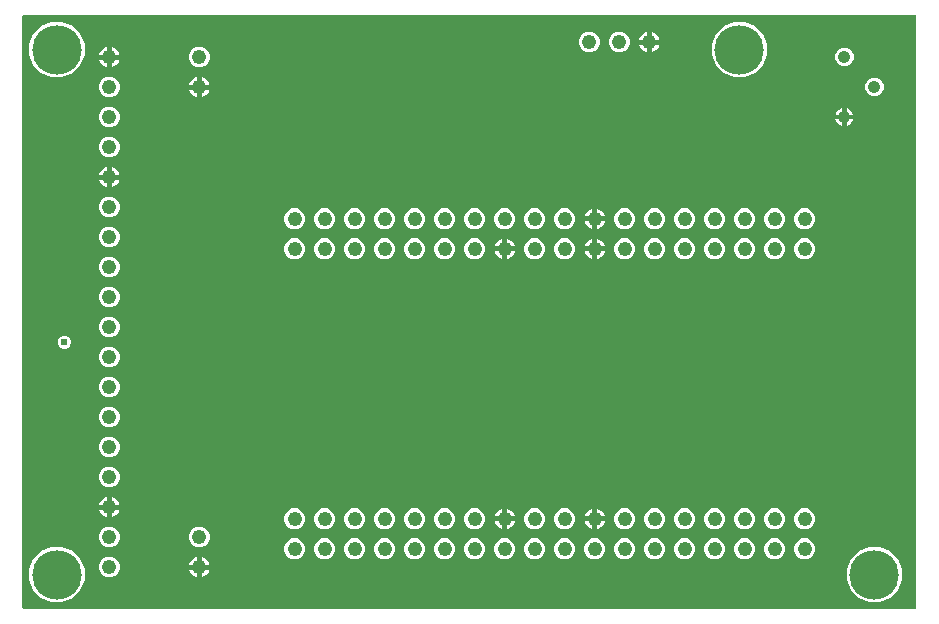
<source format=gbr>
G04 EAGLE Gerber RS-274X export*
G75*
%MOMM*%
%FSLAX34Y34*%
%LPD*%
%INCopper Layer 2*%
%IPPOS*%
%AMOC8*
5,1,8,0,0,1.08239X$1,22.5*%
G01*
%ADD10C,1.244600*%
%ADD11C,4.191000*%
%ADD12C,1.044800*%
%ADD13C,0.609600*%

G36*
X758308Y2556D02*
X758308Y2556D01*
X758427Y2563D01*
X758465Y2576D01*
X758506Y2581D01*
X758616Y2624D01*
X758729Y2661D01*
X758764Y2683D01*
X758801Y2698D01*
X758897Y2767D01*
X758998Y2831D01*
X759026Y2861D01*
X759059Y2884D01*
X759135Y2976D01*
X759216Y3063D01*
X759236Y3098D01*
X759261Y3129D01*
X759312Y3237D01*
X759370Y3341D01*
X759380Y3381D01*
X759397Y3417D01*
X759419Y3534D01*
X759449Y3649D01*
X759453Y3709D01*
X759457Y3729D01*
X759455Y3750D01*
X759459Y3810D01*
X759459Y504190D01*
X759444Y504308D01*
X759437Y504427D01*
X759424Y504465D01*
X759419Y504506D01*
X759376Y504616D01*
X759339Y504729D01*
X759317Y504764D01*
X759302Y504801D01*
X759233Y504897D01*
X759169Y504998D01*
X759139Y505026D01*
X759116Y505059D01*
X759024Y505135D01*
X758937Y505216D01*
X758902Y505236D01*
X758871Y505261D01*
X758763Y505312D01*
X758659Y505370D01*
X758619Y505380D01*
X758583Y505397D01*
X758466Y505419D01*
X758351Y505449D01*
X758291Y505453D01*
X758271Y505457D01*
X758250Y505455D01*
X758190Y505459D01*
X3810Y505459D01*
X3692Y505444D01*
X3573Y505437D01*
X3535Y505424D01*
X3494Y505419D01*
X3384Y505376D01*
X3271Y505339D01*
X3236Y505317D01*
X3199Y505302D01*
X3103Y505233D01*
X3002Y505169D01*
X2974Y505139D01*
X2941Y505116D01*
X2865Y505024D01*
X2784Y504937D01*
X2764Y504902D01*
X2739Y504871D01*
X2688Y504763D01*
X2630Y504659D01*
X2620Y504619D01*
X2603Y504583D01*
X2581Y504466D01*
X2551Y504351D01*
X2547Y504291D01*
X2543Y504271D01*
X2545Y504250D01*
X2541Y504190D01*
X2541Y3810D01*
X2556Y3692D01*
X2563Y3573D01*
X2576Y3535D01*
X2581Y3494D01*
X2624Y3384D01*
X2661Y3271D01*
X2683Y3236D01*
X2698Y3199D01*
X2767Y3103D01*
X2831Y3002D01*
X2861Y2974D01*
X2884Y2941D01*
X2976Y2865D01*
X3063Y2784D01*
X3098Y2764D01*
X3129Y2739D01*
X3237Y2688D01*
X3341Y2630D01*
X3381Y2620D01*
X3417Y2603D01*
X3534Y2581D01*
X3649Y2551D01*
X3709Y2547D01*
X3729Y2543D01*
X3750Y2545D01*
X3810Y2541D01*
X758190Y2541D01*
X758308Y2556D01*
G37*
%LPC*%
G36*
X604926Y452754D02*
X604926Y452754D01*
X596291Y456331D01*
X589681Y462941D01*
X586104Y471576D01*
X586104Y480924D01*
X589681Y489559D01*
X596291Y496169D01*
X604926Y499746D01*
X614274Y499746D01*
X622909Y496169D01*
X629519Y489559D01*
X633096Y480924D01*
X633096Y471576D01*
X629519Y462941D01*
X622909Y456331D01*
X614274Y452754D01*
X604926Y452754D01*
G37*
%LPD*%
%LPC*%
G36*
X27076Y452754D02*
X27076Y452754D01*
X18441Y456331D01*
X11831Y462941D01*
X8254Y471576D01*
X8254Y480924D01*
X11831Y489559D01*
X18441Y496169D01*
X27076Y499746D01*
X36424Y499746D01*
X45059Y496169D01*
X51669Y489559D01*
X55246Y480924D01*
X55246Y471576D01*
X51669Y462941D01*
X45059Y456331D01*
X36424Y452754D01*
X27076Y452754D01*
G37*
%LPD*%
%LPC*%
G36*
X719226Y8254D02*
X719226Y8254D01*
X710591Y11831D01*
X703981Y18441D01*
X700404Y27076D01*
X700404Y36424D01*
X703981Y45059D01*
X710591Y51669D01*
X719226Y55246D01*
X728574Y55246D01*
X737209Y51669D01*
X743819Y45059D01*
X747396Y36424D01*
X747396Y27076D01*
X743819Y18441D01*
X737209Y11831D01*
X728574Y8254D01*
X719226Y8254D01*
G37*
%LPD*%
%LPC*%
G36*
X27076Y8254D02*
X27076Y8254D01*
X18441Y11831D01*
X11831Y18441D01*
X8254Y27076D01*
X8254Y36424D01*
X11831Y45059D01*
X18441Y51669D01*
X27076Y55246D01*
X36424Y55246D01*
X45059Y51669D01*
X51669Y45059D01*
X55246Y36424D01*
X55246Y27076D01*
X51669Y18441D01*
X45059Y11831D01*
X36424Y8254D01*
X27076Y8254D01*
G37*
%LPD*%
%LPC*%
G36*
X506257Y473836D02*
X506257Y473836D01*
X503036Y475170D01*
X500570Y477636D01*
X499236Y480857D01*
X499236Y484343D01*
X500570Y487564D01*
X503036Y490030D01*
X506257Y491364D01*
X509743Y491364D01*
X512964Y490030D01*
X515430Y487564D01*
X516764Y484343D01*
X516764Y480857D01*
X515430Y477636D01*
X512964Y475170D01*
X509743Y473836D01*
X506257Y473836D01*
G37*
%LPD*%
%LPC*%
G36*
X480857Y473836D02*
X480857Y473836D01*
X477636Y475170D01*
X475170Y477636D01*
X473836Y480857D01*
X473836Y484343D01*
X475170Y487564D01*
X477636Y490030D01*
X480857Y491364D01*
X484343Y491364D01*
X487564Y490030D01*
X490030Y487564D01*
X491364Y484343D01*
X491364Y480857D01*
X490030Y477636D01*
X487564Y475170D01*
X484343Y473836D01*
X480857Y473836D01*
G37*
%LPD*%
%LPC*%
G36*
X434457Y70236D02*
X434457Y70236D01*
X431236Y71570D01*
X428770Y74036D01*
X427436Y77257D01*
X427436Y80743D01*
X428770Y83964D01*
X431236Y86430D01*
X434457Y87764D01*
X437943Y87764D01*
X441164Y86430D01*
X443630Y83964D01*
X444964Y80743D01*
X444964Y77257D01*
X443630Y74036D01*
X441164Y71570D01*
X437943Y70236D01*
X434457Y70236D01*
G37*
%LPD*%
%LPC*%
G36*
X358257Y298836D02*
X358257Y298836D01*
X355036Y300170D01*
X352570Y302636D01*
X351236Y305857D01*
X351236Y309343D01*
X352570Y312564D01*
X355036Y315030D01*
X358257Y316364D01*
X361743Y316364D01*
X364964Y315030D01*
X367430Y312564D01*
X368764Y309343D01*
X368764Y305857D01*
X367430Y302636D01*
X364964Y300170D01*
X361743Y298836D01*
X358257Y298836D01*
G37*
%LPD*%
%LPC*%
G36*
X459857Y70236D02*
X459857Y70236D01*
X456636Y71570D01*
X454170Y74036D01*
X452836Y77257D01*
X452836Y80743D01*
X454170Y83964D01*
X456636Y86430D01*
X459857Y87764D01*
X463343Y87764D01*
X466564Y86430D01*
X469030Y83964D01*
X470364Y80743D01*
X470364Y77257D01*
X469030Y74036D01*
X466564Y71570D01*
X463343Y70236D01*
X459857Y70236D01*
G37*
%LPD*%
%LPC*%
G36*
X510657Y70236D02*
X510657Y70236D01*
X507436Y71570D01*
X504970Y74036D01*
X503636Y77257D01*
X503636Y80743D01*
X504970Y83964D01*
X507436Y86430D01*
X510657Y87764D01*
X514143Y87764D01*
X517364Y86430D01*
X519830Y83964D01*
X521164Y80743D01*
X521164Y77257D01*
X519830Y74036D01*
X517364Y71570D01*
X514143Y70236D01*
X510657Y70236D01*
G37*
%LPD*%
%LPC*%
G36*
X150657Y461136D02*
X150657Y461136D01*
X147436Y462470D01*
X144970Y464936D01*
X143636Y468157D01*
X143636Y471643D01*
X144970Y474864D01*
X147436Y477330D01*
X150657Y478664D01*
X154143Y478664D01*
X157364Y477330D01*
X159830Y474864D01*
X161164Y471643D01*
X161164Y468157D01*
X159830Y464936D01*
X157364Y462470D01*
X154143Y461136D01*
X150657Y461136D01*
G37*
%LPD*%
%LPC*%
G36*
X536057Y70236D02*
X536057Y70236D01*
X532836Y71570D01*
X530370Y74036D01*
X529036Y77257D01*
X529036Y80743D01*
X530370Y83964D01*
X532836Y86430D01*
X536057Y87764D01*
X539543Y87764D01*
X542764Y86430D01*
X545230Y83964D01*
X546564Y80743D01*
X546564Y77257D01*
X545230Y74036D01*
X542764Y71570D01*
X539543Y70236D01*
X536057Y70236D01*
G37*
%LPD*%
%LPC*%
G36*
X332857Y298836D02*
X332857Y298836D01*
X329636Y300170D01*
X327170Y302636D01*
X325836Y305857D01*
X325836Y309343D01*
X327170Y312564D01*
X329636Y315030D01*
X332857Y316364D01*
X336343Y316364D01*
X339564Y315030D01*
X342030Y312564D01*
X343364Y309343D01*
X343364Y305857D01*
X342030Y302636D01*
X339564Y300170D01*
X336343Y298836D01*
X332857Y298836D01*
G37*
%LPD*%
%LPC*%
G36*
X561457Y70236D02*
X561457Y70236D01*
X558236Y71570D01*
X555770Y74036D01*
X554436Y77257D01*
X554436Y80743D01*
X555770Y83964D01*
X558236Y86430D01*
X561457Y87764D01*
X564943Y87764D01*
X568164Y86430D01*
X570630Y83964D01*
X571964Y80743D01*
X571964Y77257D01*
X570630Y74036D01*
X568164Y71570D01*
X564943Y70236D01*
X561457Y70236D01*
G37*
%LPD*%
%LPC*%
G36*
X586857Y70236D02*
X586857Y70236D01*
X583636Y71570D01*
X581170Y74036D01*
X579836Y77257D01*
X579836Y80743D01*
X581170Y83964D01*
X583636Y86430D01*
X586857Y87764D01*
X590343Y87764D01*
X593564Y86430D01*
X596030Y83964D01*
X597364Y80743D01*
X597364Y77257D01*
X596030Y74036D01*
X593564Y71570D01*
X590343Y70236D01*
X586857Y70236D01*
G37*
%LPD*%
%LPC*%
G36*
X74457Y435736D02*
X74457Y435736D01*
X71236Y437070D01*
X68770Y439536D01*
X67436Y442757D01*
X67436Y446243D01*
X68770Y449464D01*
X71236Y451930D01*
X74457Y453264D01*
X77943Y453264D01*
X81164Y451930D01*
X83630Y449464D01*
X84964Y446243D01*
X84964Y442757D01*
X83630Y439536D01*
X81164Y437070D01*
X77943Y435736D01*
X74457Y435736D01*
G37*
%LPD*%
%LPC*%
G36*
X612257Y70236D02*
X612257Y70236D01*
X609036Y71570D01*
X606570Y74036D01*
X605236Y77257D01*
X605236Y80743D01*
X606570Y83964D01*
X609036Y86430D01*
X612257Y87764D01*
X615743Y87764D01*
X618964Y86430D01*
X621430Y83964D01*
X622764Y80743D01*
X622764Y77257D01*
X621430Y74036D01*
X618964Y71570D01*
X615743Y70236D01*
X612257Y70236D01*
G37*
%LPD*%
%LPC*%
G36*
X663057Y324236D02*
X663057Y324236D01*
X659836Y325570D01*
X657370Y328036D01*
X656036Y331257D01*
X656036Y334743D01*
X657370Y337964D01*
X659836Y340430D01*
X663057Y341764D01*
X666543Y341764D01*
X669764Y340430D01*
X672230Y337964D01*
X673564Y334743D01*
X673564Y331257D01*
X672230Y328036D01*
X669764Y325570D01*
X666543Y324236D01*
X663057Y324236D01*
G37*
%LPD*%
%LPC*%
G36*
X637657Y70236D02*
X637657Y70236D01*
X634436Y71570D01*
X631970Y74036D01*
X630636Y77257D01*
X630636Y80743D01*
X631970Y83964D01*
X634436Y86430D01*
X637657Y87764D01*
X641143Y87764D01*
X644364Y86430D01*
X646830Y83964D01*
X648164Y80743D01*
X648164Y77257D01*
X646830Y74036D01*
X644364Y71570D01*
X641143Y70236D01*
X637657Y70236D01*
G37*
%LPD*%
%LPC*%
G36*
X231257Y70236D02*
X231257Y70236D01*
X228036Y71570D01*
X225570Y74036D01*
X224236Y77257D01*
X224236Y80743D01*
X225570Y83964D01*
X228036Y86430D01*
X231257Y87764D01*
X234743Y87764D01*
X237964Y86430D01*
X240430Y83964D01*
X241764Y80743D01*
X241764Y77257D01*
X240430Y74036D01*
X237964Y71570D01*
X234743Y70236D01*
X231257Y70236D01*
G37*
%LPD*%
%LPC*%
G36*
X74457Y410336D02*
X74457Y410336D01*
X71236Y411670D01*
X68770Y414136D01*
X67436Y417357D01*
X67436Y420843D01*
X68770Y424064D01*
X71236Y426530D01*
X74457Y427864D01*
X77943Y427864D01*
X81164Y426530D01*
X83630Y424064D01*
X84964Y420843D01*
X84964Y417357D01*
X83630Y414136D01*
X81164Y411670D01*
X77943Y410336D01*
X74457Y410336D01*
G37*
%LPD*%
%LPC*%
G36*
X256657Y70236D02*
X256657Y70236D01*
X253436Y71570D01*
X250970Y74036D01*
X249636Y77257D01*
X249636Y80743D01*
X250970Y83964D01*
X253436Y86430D01*
X256657Y87764D01*
X260143Y87764D01*
X263364Y86430D01*
X265830Y83964D01*
X267164Y80743D01*
X267164Y77257D01*
X265830Y74036D01*
X263364Y71570D01*
X260143Y70236D01*
X256657Y70236D01*
G37*
%LPD*%
%LPC*%
G36*
X663057Y70236D02*
X663057Y70236D01*
X659836Y71570D01*
X657370Y74036D01*
X656036Y77257D01*
X656036Y80743D01*
X657370Y83964D01*
X659836Y86430D01*
X663057Y87764D01*
X666543Y87764D01*
X669764Y86430D01*
X672230Y83964D01*
X673564Y80743D01*
X673564Y77257D01*
X672230Y74036D01*
X669764Y71570D01*
X666543Y70236D01*
X663057Y70236D01*
G37*
%LPD*%
%LPC*%
G36*
X74457Y105536D02*
X74457Y105536D01*
X71236Y106870D01*
X68770Y109336D01*
X67436Y112557D01*
X67436Y116043D01*
X68770Y119264D01*
X71236Y121730D01*
X74457Y123064D01*
X77943Y123064D01*
X81164Y121730D01*
X83630Y119264D01*
X84964Y116043D01*
X84964Y112557D01*
X83630Y109336D01*
X81164Y106870D01*
X77943Y105536D01*
X74457Y105536D01*
G37*
%LPD*%
%LPC*%
G36*
X74457Y130936D02*
X74457Y130936D01*
X71236Y132270D01*
X68770Y134736D01*
X67436Y137957D01*
X67436Y141443D01*
X68770Y144664D01*
X71236Y147130D01*
X74457Y148464D01*
X77943Y148464D01*
X81164Y147130D01*
X83630Y144664D01*
X84964Y141443D01*
X84964Y137957D01*
X83630Y134736D01*
X81164Y132270D01*
X77943Y130936D01*
X74457Y130936D01*
G37*
%LPD*%
%LPC*%
G36*
X74457Y384936D02*
X74457Y384936D01*
X71236Y386270D01*
X68770Y388736D01*
X67436Y391957D01*
X67436Y395443D01*
X68770Y398664D01*
X71236Y401130D01*
X74457Y402464D01*
X77943Y402464D01*
X81164Y401130D01*
X83630Y398664D01*
X84964Y395443D01*
X84964Y391957D01*
X83630Y388736D01*
X81164Y386270D01*
X77943Y384936D01*
X74457Y384936D01*
G37*
%LPD*%
%LPC*%
G36*
X74457Y156336D02*
X74457Y156336D01*
X71236Y157670D01*
X68770Y160136D01*
X67436Y163357D01*
X67436Y166843D01*
X68770Y170064D01*
X71236Y172530D01*
X74457Y173864D01*
X77943Y173864D01*
X81164Y172530D01*
X83630Y170064D01*
X84964Y166843D01*
X84964Y163357D01*
X83630Y160136D01*
X81164Y157670D01*
X77943Y156336D01*
X74457Y156336D01*
G37*
%LPD*%
%LPC*%
G36*
X307457Y298836D02*
X307457Y298836D01*
X304236Y300170D01*
X301770Y302636D01*
X300436Y305857D01*
X300436Y309343D01*
X301770Y312564D01*
X304236Y315030D01*
X307457Y316364D01*
X310943Y316364D01*
X314164Y315030D01*
X316630Y312564D01*
X317964Y309343D01*
X317964Y305857D01*
X316630Y302636D01*
X314164Y300170D01*
X310943Y298836D01*
X307457Y298836D01*
G37*
%LPD*%
%LPC*%
G36*
X74457Y181736D02*
X74457Y181736D01*
X71236Y183070D01*
X68770Y185536D01*
X67436Y188757D01*
X67436Y192243D01*
X68770Y195464D01*
X71236Y197930D01*
X74457Y199264D01*
X77943Y199264D01*
X81164Y197930D01*
X83630Y195464D01*
X84964Y192243D01*
X84964Y188757D01*
X83630Y185536D01*
X81164Y183070D01*
X77943Y181736D01*
X74457Y181736D01*
G37*
%LPD*%
%LPC*%
G36*
X74457Y207136D02*
X74457Y207136D01*
X71236Y208470D01*
X68770Y210936D01*
X67436Y214157D01*
X67436Y217643D01*
X68770Y220864D01*
X71236Y223330D01*
X74457Y224664D01*
X77943Y224664D01*
X81164Y223330D01*
X83630Y220864D01*
X84964Y217643D01*
X84964Y214157D01*
X83630Y210936D01*
X81164Y208470D01*
X77943Y207136D01*
X74457Y207136D01*
G37*
%LPD*%
%LPC*%
G36*
X74457Y334136D02*
X74457Y334136D01*
X71236Y335470D01*
X68770Y337936D01*
X67436Y341157D01*
X67436Y344643D01*
X68770Y347864D01*
X71236Y350330D01*
X74457Y351664D01*
X77943Y351664D01*
X81164Y350330D01*
X83630Y347864D01*
X84964Y344643D01*
X84964Y341157D01*
X83630Y337936D01*
X81164Y335470D01*
X77943Y334136D01*
X74457Y334136D01*
G37*
%LPD*%
%LPC*%
G36*
X256657Y324236D02*
X256657Y324236D01*
X253436Y325570D01*
X250970Y328036D01*
X249636Y331257D01*
X249636Y334743D01*
X250970Y337964D01*
X253436Y340430D01*
X256657Y341764D01*
X260143Y341764D01*
X263364Y340430D01*
X265830Y337964D01*
X267164Y334743D01*
X267164Y331257D01*
X265830Y328036D01*
X263364Y325570D01*
X260143Y324236D01*
X256657Y324236D01*
G37*
%LPD*%
%LPC*%
G36*
X231257Y324236D02*
X231257Y324236D01*
X228036Y325570D01*
X225570Y328036D01*
X224236Y331257D01*
X224236Y334743D01*
X225570Y337964D01*
X228036Y340430D01*
X231257Y341764D01*
X234743Y341764D01*
X237964Y340430D01*
X240430Y337964D01*
X241764Y334743D01*
X241764Y331257D01*
X240430Y328036D01*
X237964Y325570D01*
X234743Y324236D01*
X231257Y324236D01*
G37*
%LPD*%
%LPC*%
G36*
X282057Y298836D02*
X282057Y298836D01*
X278836Y300170D01*
X276370Y302636D01*
X275036Y305857D01*
X275036Y309343D01*
X276370Y312564D01*
X278836Y315030D01*
X282057Y316364D01*
X285543Y316364D01*
X288764Y315030D01*
X291230Y312564D01*
X292564Y309343D01*
X292564Y305857D01*
X291230Y302636D01*
X288764Y300170D01*
X285543Y298836D01*
X282057Y298836D01*
G37*
%LPD*%
%LPC*%
G36*
X637657Y324236D02*
X637657Y324236D01*
X634436Y325570D01*
X631970Y328036D01*
X630636Y331257D01*
X630636Y334743D01*
X631970Y337964D01*
X634436Y340430D01*
X637657Y341764D01*
X641143Y341764D01*
X644364Y340430D01*
X646830Y337964D01*
X648164Y334743D01*
X648164Y331257D01*
X646830Y328036D01*
X644364Y325570D01*
X641143Y324236D01*
X637657Y324236D01*
G37*
%LPD*%
%LPC*%
G36*
X612257Y324236D02*
X612257Y324236D01*
X609036Y325570D01*
X606570Y328036D01*
X605236Y331257D01*
X605236Y334743D01*
X606570Y337964D01*
X609036Y340430D01*
X612257Y341764D01*
X615743Y341764D01*
X618964Y340430D01*
X621430Y337964D01*
X622764Y334743D01*
X622764Y331257D01*
X621430Y328036D01*
X618964Y325570D01*
X615743Y324236D01*
X612257Y324236D01*
G37*
%LPD*%
%LPC*%
G36*
X586857Y324236D02*
X586857Y324236D01*
X583636Y325570D01*
X581170Y328036D01*
X579836Y331257D01*
X579836Y334743D01*
X581170Y337964D01*
X583636Y340430D01*
X586857Y341764D01*
X590343Y341764D01*
X593564Y340430D01*
X596030Y337964D01*
X597364Y334743D01*
X597364Y331257D01*
X596030Y328036D01*
X593564Y325570D01*
X590343Y324236D01*
X586857Y324236D01*
G37*
%LPD*%
%LPC*%
G36*
X561457Y324236D02*
X561457Y324236D01*
X558236Y325570D01*
X555770Y328036D01*
X554436Y331257D01*
X554436Y334743D01*
X555770Y337964D01*
X558236Y340430D01*
X561457Y341764D01*
X564943Y341764D01*
X568164Y340430D01*
X570630Y337964D01*
X571964Y334743D01*
X571964Y331257D01*
X570630Y328036D01*
X568164Y325570D01*
X564943Y324236D01*
X561457Y324236D01*
G37*
%LPD*%
%LPC*%
G36*
X536057Y324236D02*
X536057Y324236D01*
X532836Y325570D01*
X530370Y328036D01*
X529036Y331257D01*
X529036Y334743D01*
X530370Y337964D01*
X532836Y340430D01*
X536057Y341764D01*
X539543Y341764D01*
X542764Y340430D01*
X545230Y337964D01*
X546564Y334743D01*
X546564Y331257D01*
X545230Y328036D01*
X542764Y325570D01*
X539543Y324236D01*
X536057Y324236D01*
G37*
%LPD*%
%LPC*%
G36*
X510657Y324236D02*
X510657Y324236D01*
X507436Y325570D01*
X504970Y328036D01*
X503636Y331257D01*
X503636Y334743D01*
X504970Y337964D01*
X507436Y340430D01*
X510657Y341764D01*
X514143Y341764D01*
X517364Y340430D01*
X519830Y337964D01*
X521164Y334743D01*
X521164Y331257D01*
X519830Y328036D01*
X517364Y325570D01*
X514143Y324236D01*
X510657Y324236D01*
G37*
%LPD*%
%LPC*%
G36*
X459857Y324236D02*
X459857Y324236D01*
X456636Y325570D01*
X454170Y328036D01*
X452836Y331257D01*
X452836Y334743D01*
X454170Y337964D01*
X456636Y340430D01*
X459857Y341764D01*
X463343Y341764D01*
X466564Y340430D01*
X469030Y337964D01*
X470364Y334743D01*
X470364Y331257D01*
X469030Y328036D01*
X466564Y325570D01*
X463343Y324236D01*
X459857Y324236D01*
G37*
%LPD*%
%LPC*%
G36*
X434457Y324236D02*
X434457Y324236D01*
X431236Y325570D01*
X428770Y328036D01*
X427436Y331257D01*
X427436Y334743D01*
X428770Y337964D01*
X431236Y340430D01*
X434457Y341764D01*
X437943Y341764D01*
X441164Y340430D01*
X443630Y337964D01*
X444964Y334743D01*
X444964Y331257D01*
X443630Y328036D01*
X441164Y325570D01*
X437943Y324236D01*
X434457Y324236D01*
G37*
%LPD*%
%LPC*%
G36*
X409057Y324236D02*
X409057Y324236D01*
X405836Y325570D01*
X403370Y328036D01*
X402036Y331257D01*
X402036Y334743D01*
X403370Y337964D01*
X405836Y340430D01*
X409057Y341764D01*
X412543Y341764D01*
X415764Y340430D01*
X418230Y337964D01*
X419564Y334743D01*
X419564Y331257D01*
X418230Y328036D01*
X415764Y325570D01*
X412543Y324236D01*
X409057Y324236D01*
G37*
%LPD*%
%LPC*%
G36*
X383657Y324236D02*
X383657Y324236D01*
X380436Y325570D01*
X377970Y328036D01*
X376636Y331257D01*
X376636Y334743D01*
X377970Y337964D01*
X380436Y340430D01*
X383657Y341764D01*
X387143Y341764D01*
X390364Y340430D01*
X392830Y337964D01*
X394164Y334743D01*
X394164Y331257D01*
X392830Y328036D01*
X390364Y325570D01*
X387143Y324236D01*
X383657Y324236D01*
G37*
%LPD*%
%LPC*%
G36*
X358257Y324236D02*
X358257Y324236D01*
X355036Y325570D01*
X352570Y328036D01*
X351236Y331257D01*
X351236Y334743D01*
X352570Y337964D01*
X355036Y340430D01*
X358257Y341764D01*
X361743Y341764D01*
X364964Y340430D01*
X367430Y337964D01*
X368764Y334743D01*
X368764Y331257D01*
X367430Y328036D01*
X364964Y325570D01*
X361743Y324236D01*
X358257Y324236D01*
G37*
%LPD*%
%LPC*%
G36*
X332857Y324236D02*
X332857Y324236D01*
X329636Y325570D01*
X327170Y328036D01*
X325836Y331257D01*
X325836Y334743D01*
X327170Y337964D01*
X329636Y340430D01*
X332857Y341764D01*
X336343Y341764D01*
X339564Y340430D01*
X342030Y337964D01*
X343364Y334743D01*
X343364Y331257D01*
X342030Y328036D01*
X339564Y325570D01*
X336343Y324236D01*
X332857Y324236D01*
G37*
%LPD*%
%LPC*%
G36*
X307457Y324236D02*
X307457Y324236D01*
X304236Y325570D01*
X301770Y328036D01*
X300436Y331257D01*
X300436Y334743D01*
X301770Y337964D01*
X304236Y340430D01*
X307457Y341764D01*
X310943Y341764D01*
X314164Y340430D01*
X316630Y337964D01*
X317964Y334743D01*
X317964Y331257D01*
X316630Y328036D01*
X314164Y325570D01*
X310943Y324236D01*
X307457Y324236D01*
G37*
%LPD*%
%LPC*%
G36*
X282057Y324236D02*
X282057Y324236D01*
X278836Y325570D01*
X276370Y328036D01*
X275036Y331257D01*
X275036Y334743D01*
X276370Y337964D01*
X278836Y340430D01*
X282057Y341764D01*
X285543Y341764D01*
X288764Y340430D01*
X291230Y337964D01*
X292564Y334743D01*
X292564Y331257D01*
X291230Y328036D01*
X288764Y325570D01*
X285543Y324236D01*
X282057Y324236D01*
G37*
%LPD*%
%LPC*%
G36*
X74457Y283336D02*
X74457Y283336D01*
X71236Y284670D01*
X68770Y287136D01*
X67436Y290357D01*
X67436Y293843D01*
X68770Y297064D01*
X71236Y299530D01*
X74457Y300864D01*
X77943Y300864D01*
X81164Y299530D01*
X83630Y297064D01*
X84964Y293843D01*
X84964Y290357D01*
X83630Y287136D01*
X81164Y284670D01*
X77943Y283336D01*
X74457Y283336D01*
G37*
%LPD*%
%LPC*%
G36*
X74457Y232536D02*
X74457Y232536D01*
X71236Y233870D01*
X68770Y236336D01*
X67436Y239557D01*
X67436Y243043D01*
X68770Y246264D01*
X71236Y248730D01*
X74457Y250064D01*
X77943Y250064D01*
X81164Y248730D01*
X83630Y246264D01*
X84964Y243043D01*
X84964Y239557D01*
X83630Y236336D01*
X81164Y233870D01*
X77943Y232536D01*
X74457Y232536D01*
G37*
%LPD*%
%LPC*%
G36*
X74457Y257936D02*
X74457Y257936D01*
X71236Y259270D01*
X68770Y261736D01*
X67436Y264957D01*
X67436Y268443D01*
X68770Y271664D01*
X71236Y274130D01*
X74457Y275464D01*
X77943Y275464D01*
X81164Y274130D01*
X83630Y271664D01*
X84964Y268443D01*
X84964Y264957D01*
X83630Y261736D01*
X81164Y259270D01*
X77943Y257936D01*
X74457Y257936D01*
G37*
%LPD*%
%LPC*%
G36*
X74457Y308736D02*
X74457Y308736D01*
X71236Y310070D01*
X68770Y312536D01*
X67436Y315757D01*
X67436Y319243D01*
X68770Y322464D01*
X71236Y324930D01*
X74457Y326264D01*
X77943Y326264D01*
X81164Y324930D01*
X83630Y322464D01*
X84964Y319243D01*
X84964Y315757D01*
X83630Y312536D01*
X81164Y310070D01*
X77943Y308736D01*
X74457Y308736D01*
G37*
%LPD*%
%LPC*%
G36*
X256657Y298836D02*
X256657Y298836D01*
X253436Y300170D01*
X250970Y302636D01*
X249636Y305857D01*
X249636Y309343D01*
X250970Y312564D01*
X253436Y315030D01*
X256657Y316364D01*
X260143Y316364D01*
X263364Y315030D01*
X265830Y312564D01*
X267164Y309343D01*
X267164Y305857D01*
X265830Y302636D01*
X263364Y300170D01*
X260143Y298836D01*
X256657Y298836D01*
G37*
%LPD*%
%LPC*%
G36*
X231257Y298836D02*
X231257Y298836D01*
X228036Y300170D01*
X225570Y302636D01*
X224236Y305857D01*
X224236Y309343D01*
X225570Y312564D01*
X228036Y315030D01*
X231257Y316364D01*
X234743Y316364D01*
X237964Y315030D01*
X240430Y312564D01*
X241764Y309343D01*
X241764Y305857D01*
X240430Y302636D01*
X237964Y300170D01*
X234743Y298836D01*
X231257Y298836D01*
G37*
%LPD*%
%LPC*%
G36*
X663057Y298836D02*
X663057Y298836D01*
X659836Y300170D01*
X657370Y302636D01*
X656036Y305857D01*
X656036Y309343D01*
X657370Y312564D01*
X659836Y315030D01*
X663057Y316364D01*
X666543Y316364D01*
X669764Y315030D01*
X672230Y312564D01*
X673564Y309343D01*
X673564Y305857D01*
X672230Y302636D01*
X669764Y300170D01*
X666543Y298836D01*
X663057Y298836D01*
G37*
%LPD*%
%LPC*%
G36*
X637657Y298836D02*
X637657Y298836D01*
X634436Y300170D01*
X631970Y302636D01*
X630636Y305857D01*
X630636Y309343D01*
X631970Y312564D01*
X634436Y315030D01*
X637657Y316364D01*
X641143Y316364D01*
X644364Y315030D01*
X646830Y312564D01*
X648164Y309343D01*
X648164Y305857D01*
X646830Y302636D01*
X644364Y300170D01*
X641143Y298836D01*
X637657Y298836D01*
G37*
%LPD*%
%LPC*%
G36*
X612257Y298836D02*
X612257Y298836D01*
X609036Y300170D01*
X606570Y302636D01*
X605236Y305857D01*
X605236Y309343D01*
X606570Y312564D01*
X609036Y315030D01*
X612257Y316364D01*
X615743Y316364D01*
X618964Y315030D01*
X621430Y312564D01*
X622764Y309343D01*
X622764Y305857D01*
X621430Y302636D01*
X618964Y300170D01*
X615743Y298836D01*
X612257Y298836D01*
G37*
%LPD*%
%LPC*%
G36*
X586857Y298836D02*
X586857Y298836D01*
X583636Y300170D01*
X581170Y302636D01*
X579836Y305857D01*
X579836Y309343D01*
X581170Y312564D01*
X583636Y315030D01*
X586857Y316364D01*
X590343Y316364D01*
X593564Y315030D01*
X596030Y312564D01*
X597364Y309343D01*
X597364Y305857D01*
X596030Y302636D01*
X593564Y300170D01*
X590343Y298836D01*
X586857Y298836D01*
G37*
%LPD*%
%LPC*%
G36*
X561457Y298836D02*
X561457Y298836D01*
X558236Y300170D01*
X555770Y302636D01*
X554436Y305857D01*
X554436Y309343D01*
X555770Y312564D01*
X558236Y315030D01*
X561457Y316364D01*
X564943Y316364D01*
X568164Y315030D01*
X570630Y312564D01*
X571964Y309343D01*
X571964Y305857D01*
X570630Y302636D01*
X568164Y300170D01*
X564943Y298836D01*
X561457Y298836D01*
G37*
%LPD*%
%LPC*%
G36*
X536057Y298836D02*
X536057Y298836D01*
X532836Y300170D01*
X530370Y302636D01*
X529036Y305857D01*
X529036Y309343D01*
X530370Y312564D01*
X532836Y315030D01*
X536057Y316364D01*
X539543Y316364D01*
X542764Y315030D01*
X545230Y312564D01*
X546564Y309343D01*
X546564Y305857D01*
X545230Y302636D01*
X542764Y300170D01*
X539543Y298836D01*
X536057Y298836D01*
G37*
%LPD*%
%LPC*%
G36*
X510657Y298836D02*
X510657Y298836D01*
X507436Y300170D01*
X504970Y302636D01*
X503636Y305857D01*
X503636Y309343D01*
X504970Y312564D01*
X507436Y315030D01*
X510657Y316364D01*
X514143Y316364D01*
X517364Y315030D01*
X519830Y312564D01*
X521164Y309343D01*
X521164Y305857D01*
X519830Y302636D01*
X517364Y300170D01*
X514143Y298836D01*
X510657Y298836D01*
G37*
%LPD*%
%LPC*%
G36*
X459857Y298836D02*
X459857Y298836D01*
X456636Y300170D01*
X454170Y302636D01*
X452836Y305857D01*
X452836Y309343D01*
X454170Y312564D01*
X456636Y315030D01*
X459857Y316364D01*
X463343Y316364D01*
X466564Y315030D01*
X469030Y312564D01*
X470364Y309343D01*
X470364Y305857D01*
X469030Y302636D01*
X466564Y300170D01*
X463343Y298836D01*
X459857Y298836D01*
G37*
%LPD*%
%LPC*%
G36*
X434457Y298836D02*
X434457Y298836D01*
X431236Y300170D01*
X428770Y302636D01*
X427436Y305857D01*
X427436Y309343D01*
X428770Y312564D01*
X431236Y315030D01*
X434457Y316364D01*
X437943Y316364D01*
X441164Y315030D01*
X443630Y312564D01*
X444964Y309343D01*
X444964Y305857D01*
X443630Y302636D01*
X441164Y300170D01*
X437943Y298836D01*
X434457Y298836D01*
G37*
%LPD*%
%LPC*%
G36*
X383657Y298836D02*
X383657Y298836D01*
X380436Y300170D01*
X377970Y302636D01*
X376636Y305857D01*
X376636Y309343D01*
X377970Y312564D01*
X380436Y315030D01*
X383657Y316364D01*
X387143Y316364D01*
X390364Y315030D01*
X392830Y312564D01*
X394164Y309343D01*
X394164Y305857D01*
X392830Y302636D01*
X390364Y300170D01*
X387143Y298836D01*
X383657Y298836D01*
G37*
%LPD*%
%LPC*%
G36*
X383657Y70236D02*
X383657Y70236D01*
X380436Y71570D01*
X377970Y74036D01*
X376636Y77257D01*
X376636Y80743D01*
X377970Y83964D01*
X380436Y86430D01*
X383657Y87764D01*
X387143Y87764D01*
X390364Y86430D01*
X392830Y83964D01*
X394164Y80743D01*
X394164Y77257D01*
X392830Y74036D01*
X390364Y71570D01*
X387143Y70236D01*
X383657Y70236D01*
G37*
%LPD*%
%LPC*%
G36*
X358257Y70236D02*
X358257Y70236D01*
X355036Y71570D01*
X352570Y74036D01*
X351236Y77257D01*
X351236Y80743D01*
X352570Y83964D01*
X355036Y86430D01*
X358257Y87764D01*
X361743Y87764D01*
X364964Y86430D01*
X367430Y83964D01*
X368764Y80743D01*
X368764Y77257D01*
X367430Y74036D01*
X364964Y71570D01*
X361743Y70236D01*
X358257Y70236D01*
G37*
%LPD*%
%LPC*%
G36*
X332857Y70236D02*
X332857Y70236D01*
X329636Y71570D01*
X327170Y74036D01*
X325836Y77257D01*
X325836Y80743D01*
X327170Y83964D01*
X329636Y86430D01*
X332857Y87764D01*
X336343Y87764D01*
X339564Y86430D01*
X342030Y83964D01*
X343364Y80743D01*
X343364Y77257D01*
X342030Y74036D01*
X339564Y71570D01*
X336343Y70236D01*
X332857Y70236D01*
G37*
%LPD*%
%LPC*%
G36*
X307457Y70236D02*
X307457Y70236D01*
X304236Y71570D01*
X301770Y74036D01*
X300436Y77257D01*
X300436Y80743D01*
X301770Y83964D01*
X304236Y86430D01*
X307457Y87764D01*
X310943Y87764D01*
X314164Y86430D01*
X316630Y83964D01*
X317964Y80743D01*
X317964Y77257D01*
X316630Y74036D01*
X314164Y71570D01*
X310943Y70236D01*
X307457Y70236D01*
G37*
%LPD*%
%LPC*%
G36*
X282057Y70236D02*
X282057Y70236D01*
X278836Y71570D01*
X276370Y74036D01*
X275036Y77257D01*
X275036Y80743D01*
X276370Y83964D01*
X278836Y86430D01*
X282057Y87764D01*
X285543Y87764D01*
X288764Y86430D01*
X291230Y83964D01*
X292564Y80743D01*
X292564Y77257D01*
X291230Y74036D01*
X288764Y71570D01*
X285543Y70236D01*
X282057Y70236D01*
G37*
%LPD*%
%LPC*%
G36*
X536057Y44836D02*
X536057Y44836D01*
X532836Y46170D01*
X530370Y48636D01*
X529036Y51857D01*
X529036Y55343D01*
X530370Y58564D01*
X532836Y61030D01*
X536057Y62364D01*
X539543Y62364D01*
X542764Y61030D01*
X545230Y58564D01*
X546564Y55343D01*
X546564Y51857D01*
X545230Y48636D01*
X542764Y46170D01*
X539543Y44836D01*
X536057Y44836D01*
G37*
%LPD*%
%LPC*%
G36*
X150657Y54736D02*
X150657Y54736D01*
X147436Y56070D01*
X144970Y58536D01*
X143636Y61757D01*
X143636Y65243D01*
X144970Y68464D01*
X147436Y70930D01*
X150657Y72264D01*
X154143Y72264D01*
X157364Y70930D01*
X159830Y68464D01*
X161164Y65243D01*
X161164Y61757D01*
X159830Y58536D01*
X157364Y56070D01*
X154143Y54736D01*
X150657Y54736D01*
G37*
%LPD*%
%LPC*%
G36*
X74457Y54736D02*
X74457Y54736D01*
X71236Y56070D01*
X68770Y58536D01*
X67436Y61757D01*
X67436Y65243D01*
X68770Y68464D01*
X71236Y70930D01*
X74457Y72264D01*
X77943Y72264D01*
X81164Y70930D01*
X83630Y68464D01*
X84964Y65243D01*
X84964Y61757D01*
X83630Y58536D01*
X81164Y56070D01*
X77943Y54736D01*
X74457Y54736D01*
G37*
%LPD*%
%LPC*%
G36*
X485257Y44836D02*
X485257Y44836D01*
X482036Y46170D01*
X479570Y48636D01*
X478236Y51857D01*
X478236Y55343D01*
X479570Y58564D01*
X482036Y61030D01*
X485257Y62364D01*
X488743Y62364D01*
X491964Y61030D01*
X494430Y58564D01*
X495764Y55343D01*
X495764Y51857D01*
X494430Y48636D01*
X491964Y46170D01*
X488743Y44836D01*
X485257Y44836D01*
G37*
%LPD*%
%LPC*%
G36*
X459857Y44836D02*
X459857Y44836D01*
X456636Y46170D01*
X454170Y48636D01*
X452836Y51857D01*
X452836Y55343D01*
X454170Y58564D01*
X456636Y61030D01*
X459857Y62364D01*
X463343Y62364D01*
X466564Y61030D01*
X469030Y58564D01*
X470364Y55343D01*
X470364Y51857D01*
X469030Y48636D01*
X466564Y46170D01*
X463343Y44836D01*
X459857Y44836D01*
G37*
%LPD*%
%LPC*%
G36*
X663057Y44836D02*
X663057Y44836D01*
X659836Y46170D01*
X657370Y48636D01*
X656036Y51857D01*
X656036Y55343D01*
X657370Y58564D01*
X659836Y61030D01*
X663057Y62364D01*
X666543Y62364D01*
X669764Y61030D01*
X672230Y58564D01*
X673564Y55343D01*
X673564Y51857D01*
X672230Y48636D01*
X669764Y46170D01*
X666543Y44836D01*
X663057Y44836D01*
G37*
%LPD*%
%LPC*%
G36*
X637657Y44836D02*
X637657Y44836D01*
X634436Y46170D01*
X631970Y48636D01*
X630636Y51857D01*
X630636Y55343D01*
X631970Y58564D01*
X634436Y61030D01*
X637657Y62364D01*
X641143Y62364D01*
X644364Y61030D01*
X646830Y58564D01*
X648164Y55343D01*
X648164Y51857D01*
X646830Y48636D01*
X644364Y46170D01*
X641143Y44836D01*
X637657Y44836D01*
G37*
%LPD*%
%LPC*%
G36*
X612257Y44836D02*
X612257Y44836D01*
X609036Y46170D01*
X606570Y48636D01*
X605236Y51857D01*
X605236Y55343D01*
X606570Y58564D01*
X609036Y61030D01*
X612257Y62364D01*
X615743Y62364D01*
X618964Y61030D01*
X621430Y58564D01*
X622764Y55343D01*
X622764Y51857D01*
X621430Y48636D01*
X618964Y46170D01*
X615743Y44836D01*
X612257Y44836D01*
G37*
%LPD*%
%LPC*%
G36*
X586857Y44836D02*
X586857Y44836D01*
X583636Y46170D01*
X581170Y48636D01*
X579836Y51857D01*
X579836Y55343D01*
X581170Y58564D01*
X583636Y61030D01*
X586857Y62364D01*
X590343Y62364D01*
X593564Y61030D01*
X596030Y58564D01*
X597364Y55343D01*
X597364Y51857D01*
X596030Y48636D01*
X593564Y46170D01*
X590343Y44836D01*
X586857Y44836D01*
G37*
%LPD*%
%LPC*%
G36*
X561457Y44836D02*
X561457Y44836D01*
X558236Y46170D01*
X555770Y48636D01*
X554436Y51857D01*
X554436Y55343D01*
X555770Y58564D01*
X558236Y61030D01*
X561457Y62364D01*
X564943Y62364D01*
X568164Y61030D01*
X570630Y58564D01*
X571964Y55343D01*
X571964Y51857D01*
X570630Y48636D01*
X568164Y46170D01*
X564943Y44836D01*
X561457Y44836D01*
G37*
%LPD*%
%LPC*%
G36*
X510657Y44836D02*
X510657Y44836D01*
X507436Y46170D01*
X504970Y48636D01*
X503636Y51857D01*
X503636Y55343D01*
X504970Y58564D01*
X507436Y61030D01*
X510657Y62364D01*
X514143Y62364D01*
X517364Y61030D01*
X519830Y58564D01*
X521164Y55343D01*
X521164Y51857D01*
X519830Y48636D01*
X517364Y46170D01*
X514143Y44836D01*
X510657Y44836D01*
G37*
%LPD*%
%LPC*%
G36*
X434457Y44836D02*
X434457Y44836D01*
X431236Y46170D01*
X428770Y48636D01*
X427436Y51857D01*
X427436Y55343D01*
X428770Y58564D01*
X431236Y61030D01*
X434457Y62364D01*
X437943Y62364D01*
X441164Y61030D01*
X443630Y58564D01*
X444964Y55343D01*
X444964Y51857D01*
X443630Y48636D01*
X441164Y46170D01*
X437943Y44836D01*
X434457Y44836D01*
G37*
%LPD*%
%LPC*%
G36*
X409057Y44836D02*
X409057Y44836D01*
X405836Y46170D01*
X403370Y48636D01*
X402036Y51857D01*
X402036Y55343D01*
X403370Y58564D01*
X405836Y61030D01*
X409057Y62364D01*
X412543Y62364D01*
X415764Y61030D01*
X418230Y58564D01*
X419564Y55343D01*
X419564Y51857D01*
X418230Y48636D01*
X415764Y46170D01*
X412543Y44836D01*
X409057Y44836D01*
G37*
%LPD*%
%LPC*%
G36*
X383657Y44836D02*
X383657Y44836D01*
X380436Y46170D01*
X377970Y48636D01*
X376636Y51857D01*
X376636Y55343D01*
X377970Y58564D01*
X380436Y61030D01*
X383657Y62364D01*
X387143Y62364D01*
X390364Y61030D01*
X392830Y58564D01*
X394164Y55343D01*
X394164Y51857D01*
X392830Y48636D01*
X390364Y46170D01*
X387143Y44836D01*
X383657Y44836D01*
G37*
%LPD*%
%LPC*%
G36*
X358257Y44836D02*
X358257Y44836D01*
X355036Y46170D01*
X352570Y48636D01*
X351236Y51857D01*
X351236Y55343D01*
X352570Y58564D01*
X355036Y61030D01*
X358257Y62364D01*
X361743Y62364D01*
X364964Y61030D01*
X367430Y58564D01*
X368764Y55343D01*
X368764Y51857D01*
X367430Y48636D01*
X364964Y46170D01*
X361743Y44836D01*
X358257Y44836D01*
G37*
%LPD*%
%LPC*%
G36*
X332857Y44836D02*
X332857Y44836D01*
X329636Y46170D01*
X327170Y48636D01*
X325836Y51857D01*
X325836Y55343D01*
X327170Y58564D01*
X329636Y61030D01*
X332857Y62364D01*
X336343Y62364D01*
X339564Y61030D01*
X342030Y58564D01*
X343364Y55343D01*
X343364Y51857D01*
X342030Y48636D01*
X339564Y46170D01*
X336343Y44836D01*
X332857Y44836D01*
G37*
%LPD*%
%LPC*%
G36*
X307457Y44836D02*
X307457Y44836D01*
X304236Y46170D01*
X301770Y48636D01*
X300436Y51857D01*
X300436Y55343D01*
X301770Y58564D01*
X304236Y61030D01*
X307457Y62364D01*
X310943Y62364D01*
X314164Y61030D01*
X316630Y58564D01*
X317964Y55343D01*
X317964Y51857D01*
X316630Y48636D01*
X314164Y46170D01*
X310943Y44836D01*
X307457Y44836D01*
G37*
%LPD*%
%LPC*%
G36*
X282057Y44836D02*
X282057Y44836D01*
X278836Y46170D01*
X276370Y48636D01*
X275036Y51857D01*
X275036Y55343D01*
X276370Y58564D01*
X278836Y61030D01*
X282057Y62364D01*
X285543Y62364D01*
X288764Y61030D01*
X291230Y58564D01*
X292564Y55343D01*
X292564Y51857D01*
X291230Y48636D01*
X288764Y46170D01*
X285543Y44836D01*
X282057Y44836D01*
G37*
%LPD*%
%LPC*%
G36*
X256657Y44836D02*
X256657Y44836D01*
X253436Y46170D01*
X250970Y48636D01*
X249636Y51857D01*
X249636Y55343D01*
X250970Y58564D01*
X253436Y61030D01*
X256657Y62364D01*
X260143Y62364D01*
X263364Y61030D01*
X265830Y58564D01*
X267164Y55343D01*
X267164Y51857D01*
X265830Y48636D01*
X263364Y46170D01*
X260143Y44836D01*
X256657Y44836D01*
G37*
%LPD*%
%LPC*%
G36*
X231257Y44836D02*
X231257Y44836D01*
X228036Y46170D01*
X225570Y48636D01*
X224236Y51857D01*
X224236Y55343D01*
X225570Y58564D01*
X228036Y61030D01*
X231257Y62364D01*
X234743Y62364D01*
X237964Y61030D01*
X240430Y58564D01*
X241764Y55343D01*
X241764Y51857D01*
X240430Y48636D01*
X237964Y46170D01*
X234743Y44836D01*
X231257Y44836D01*
G37*
%LPD*%
%LPC*%
G36*
X74457Y29336D02*
X74457Y29336D01*
X71236Y30670D01*
X68770Y33136D01*
X67436Y36357D01*
X67436Y39843D01*
X68770Y43064D01*
X71236Y45530D01*
X74457Y46864D01*
X77943Y46864D01*
X81164Y45530D01*
X83630Y43064D01*
X84964Y39843D01*
X84964Y36357D01*
X83630Y33136D01*
X81164Y30670D01*
X77943Y29336D01*
X74457Y29336D01*
G37*
%LPD*%
%LPC*%
G36*
X722355Y436735D02*
X722355Y436735D01*
X719502Y437917D01*
X717317Y440102D01*
X716135Y442955D01*
X716135Y446045D01*
X717317Y448898D01*
X719502Y451083D01*
X722355Y452265D01*
X725445Y452265D01*
X728298Y451083D01*
X730483Y448898D01*
X731665Y446045D01*
X731665Y442955D01*
X730483Y440102D01*
X728298Y437917D01*
X725445Y436735D01*
X722355Y436735D01*
G37*
%LPD*%
%LPC*%
G36*
X696955Y462135D02*
X696955Y462135D01*
X694102Y463317D01*
X691917Y465502D01*
X690735Y468355D01*
X690735Y471445D01*
X691917Y474298D01*
X694102Y476483D01*
X696955Y477665D01*
X700045Y477665D01*
X702898Y476483D01*
X705083Y474298D01*
X706265Y471445D01*
X706265Y468355D01*
X705083Y465502D01*
X702898Y463317D01*
X700045Y462135D01*
X696955Y462135D01*
G37*
%LPD*%
%LPC*%
G36*
X36988Y223011D02*
X36988Y223011D01*
X34934Y223862D01*
X33362Y225434D01*
X32511Y227488D01*
X32511Y229712D01*
X33362Y231766D01*
X34934Y233338D01*
X36988Y234189D01*
X39212Y234189D01*
X41266Y233338D01*
X42838Y231766D01*
X43689Y229712D01*
X43689Y227488D01*
X42838Y225434D01*
X41266Y223862D01*
X39212Y223011D01*
X36988Y223011D01*
G37*
%LPD*%
%LPC*%
G36*
X535622Y484822D02*
X535622Y484822D01*
X535622Y491093D01*
X535956Y491027D01*
X537551Y490366D01*
X538987Y489407D01*
X540207Y488187D01*
X541166Y486751D01*
X541827Y485156D01*
X541893Y484822D01*
X535622Y484822D01*
G37*
%LPD*%
%LPC*%
G36*
X78422Y472122D02*
X78422Y472122D01*
X78422Y478393D01*
X78756Y478327D01*
X80351Y477666D01*
X81787Y476707D01*
X83007Y475487D01*
X83966Y474051D01*
X84627Y472456D01*
X84693Y472122D01*
X78422Y472122D01*
G37*
%LPD*%
%LPC*%
G36*
X78422Y370522D02*
X78422Y370522D01*
X78422Y376793D01*
X78756Y376727D01*
X80351Y376066D01*
X81787Y375107D01*
X83007Y373887D01*
X83966Y372451D01*
X84627Y370856D01*
X84693Y370522D01*
X78422Y370522D01*
G37*
%LPD*%
%LPC*%
G36*
X154622Y446722D02*
X154622Y446722D01*
X154622Y452993D01*
X154956Y452927D01*
X156551Y452266D01*
X157987Y451307D01*
X159207Y450087D01*
X160166Y448651D01*
X160827Y447056D01*
X160893Y446722D01*
X154622Y446722D01*
G37*
%LPD*%
%LPC*%
G36*
X489222Y335222D02*
X489222Y335222D01*
X489222Y341493D01*
X489556Y341427D01*
X491151Y340766D01*
X492587Y339807D01*
X493807Y338587D01*
X494766Y337151D01*
X495427Y335556D01*
X495493Y335222D01*
X489222Y335222D01*
G37*
%LPD*%
%LPC*%
G36*
X489222Y81222D02*
X489222Y81222D01*
X489222Y87493D01*
X489556Y87427D01*
X491151Y86766D01*
X492587Y85807D01*
X493807Y84587D01*
X494766Y83151D01*
X495427Y81556D01*
X495493Y81222D01*
X489222Y81222D01*
G37*
%LPD*%
%LPC*%
G36*
X78422Y91122D02*
X78422Y91122D01*
X78422Y97393D01*
X78756Y97327D01*
X80351Y96666D01*
X81787Y95707D01*
X83007Y94487D01*
X83966Y93051D01*
X84627Y91456D01*
X84693Y91122D01*
X78422Y91122D01*
G37*
%LPD*%
%LPC*%
G36*
X413022Y81222D02*
X413022Y81222D01*
X413022Y87493D01*
X413356Y87427D01*
X414951Y86766D01*
X416387Y85807D01*
X417607Y84587D01*
X418566Y83151D01*
X419227Y81556D01*
X419293Y81222D01*
X413022Y81222D01*
G37*
%LPD*%
%LPC*%
G36*
X413022Y309822D02*
X413022Y309822D01*
X413022Y316093D01*
X413356Y316027D01*
X414951Y315366D01*
X416387Y314407D01*
X417607Y313187D01*
X418566Y311751D01*
X419227Y310156D01*
X419293Y309822D01*
X413022Y309822D01*
G37*
%LPD*%
%LPC*%
G36*
X489222Y309822D02*
X489222Y309822D01*
X489222Y316093D01*
X489556Y316027D01*
X491151Y315366D01*
X492587Y314407D01*
X493807Y313187D01*
X494766Y311751D01*
X495427Y310156D01*
X495493Y309822D01*
X489222Y309822D01*
G37*
%LPD*%
%LPC*%
G36*
X154622Y40322D02*
X154622Y40322D01*
X154622Y46593D01*
X154956Y46527D01*
X156551Y45866D01*
X157987Y44907D01*
X159207Y43687D01*
X160166Y42251D01*
X160827Y40656D01*
X160893Y40322D01*
X154622Y40322D01*
G37*
%LPD*%
%LPC*%
G36*
X478507Y81222D02*
X478507Y81222D01*
X478573Y81556D01*
X479234Y83151D01*
X480193Y84587D01*
X481413Y85807D01*
X482849Y86766D01*
X484444Y87427D01*
X484778Y87493D01*
X484778Y81222D01*
X478507Y81222D01*
G37*
%LPD*%
%LPC*%
G36*
X143907Y446722D02*
X143907Y446722D01*
X143973Y447056D01*
X144634Y448651D01*
X145593Y450087D01*
X146813Y451307D01*
X148249Y452266D01*
X149844Y452927D01*
X150178Y452993D01*
X150178Y446722D01*
X143907Y446722D01*
G37*
%LPD*%
%LPC*%
G36*
X489222Y330778D02*
X489222Y330778D01*
X495493Y330778D01*
X495427Y330444D01*
X494766Y328849D01*
X493807Y327413D01*
X492587Y326193D01*
X491151Y325234D01*
X489556Y324573D01*
X489222Y324507D01*
X489222Y330778D01*
G37*
%LPD*%
%LPC*%
G36*
X478507Y335222D02*
X478507Y335222D01*
X478573Y335556D01*
X479234Y337151D01*
X480193Y338587D01*
X481413Y339807D01*
X482849Y340766D01*
X484444Y341427D01*
X484778Y341493D01*
X484778Y335222D01*
X478507Y335222D01*
G37*
%LPD*%
%LPC*%
G36*
X78422Y86678D02*
X78422Y86678D01*
X84693Y86678D01*
X84627Y86344D01*
X83966Y84749D01*
X83007Y83313D01*
X81787Y82093D01*
X80351Y81134D01*
X78756Y80473D01*
X78422Y80407D01*
X78422Y86678D01*
G37*
%LPD*%
%LPC*%
G36*
X154622Y442278D02*
X154622Y442278D01*
X160893Y442278D01*
X160827Y441944D01*
X160166Y440349D01*
X159207Y438913D01*
X157987Y437693D01*
X156551Y436734D01*
X154956Y436073D01*
X154622Y436007D01*
X154622Y442278D01*
G37*
%LPD*%
%LPC*%
G36*
X489222Y76778D02*
X489222Y76778D01*
X495493Y76778D01*
X495427Y76444D01*
X494766Y74849D01*
X493807Y73413D01*
X492587Y72193D01*
X491151Y71234D01*
X489556Y70573D01*
X489222Y70507D01*
X489222Y76778D01*
G37*
%LPD*%
%LPC*%
G36*
X67707Y91122D02*
X67707Y91122D01*
X67773Y91456D01*
X68434Y93051D01*
X69393Y94487D01*
X70613Y95707D01*
X72049Y96666D01*
X73644Y97327D01*
X73978Y97393D01*
X73978Y91122D01*
X67707Y91122D01*
G37*
%LPD*%
%LPC*%
G36*
X413022Y76778D02*
X413022Y76778D01*
X419293Y76778D01*
X419227Y76444D01*
X418566Y74849D01*
X417607Y73413D01*
X416387Y72193D01*
X414951Y71234D01*
X413356Y70573D01*
X413022Y70507D01*
X413022Y76778D01*
G37*
%LPD*%
%LPC*%
G36*
X478507Y309822D02*
X478507Y309822D01*
X478573Y310156D01*
X479234Y311751D01*
X480193Y313187D01*
X481413Y314407D01*
X482849Y315366D01*
X484444Y316027D01*
X484778Y316093D01*
X484778Y309822D01*
X478507Y309822D01*
G37*
%LPD*%
%LPC*%
G36*
X402307Y81222D02*
X402307Y81222D01*
X402373Y81556D01*
X403034Y83151D01*
X403993Y84587D01*
X405213Y85807D01*
X406649Y86766D01*
X408244Y87427D01*
X408578Y87493D01*
X408578Y81222D01*
X402307Y81222D01*
G37*
%LPD*%
%LPC*%
G36*
X78422Y366078D02*
X78422Y366078D01*
X84693Y366078D01*
X84627Y365744D01*
X83966Y364149D01*
X83007Y362713D01*
X81787Y361493D01*
X80351Y360534D01*
X78756Y359873D01*
X78422Y359807D01*
X78422Y366078D01*
G37*
%LPD*%
%LPC*%
G36*
X67707Y370522D02*
X67707Y370522D01*
X67773Y370856D01*
X68434Y372451D01*
X69393Y373887D01*
X70613Y375107D01*
X72049Y376066D01*
X73644Y376727D01*
X73978Y376793D01*
X73978Y370522D01*
X67707Y370522D01*
G37*
%LPD*%
%LPC*%
G36*
X78422Y467678D02*
X78422Y467678D01*
X84693Y467678D01*
X84627Y467344D01*
X83966Y465749D01*
X83007Y464313D01*
X81787Y463093D01*
X80351Y462134D01*
X78756Y461473D01*
X78422Y461407D01*
X78422Y467678D01*
G37*
%LPD*%
%LPC*%
G36*
X67707Y472122D02*
X67707Y472122D01*
X67773Y472456D01*
X68434Y474051D01*
X69393Y475487D01*
X70613Y476707D01*
X72049Y477666D01*
X73644Y478327D01*
X73978Y478393D01*
X73978Y472122D01*
X67707Y472122D01*
G37*
%LPD*%
%LPC*%
G36*
X535622Y480378D02*
X535622Y480378D01*
X541893Y480378D01*
X541827Y480044D01*
X541166Y478449D01*
X540207Y477013D01*
X538987Y475793D01*
X537551Y474834D01*
X535956Y474173D01*
X535622Y474107D01*
X535622Y480378D01*
G37*
%LPD*%
%LPC*%
G36*
X524907Y484822D02*
X524907Y484822D01*
X524973Y485156D01*
X525634Y486751D01*
X526593Y488187D01*
X527813Y489407D01*
X529249Y490366D01*
X530844Y491027D01*
X531178Y491093D01*
X531178Y484822D01*
X524907Y484822D01*
G37*
%LPD*%
%LPC*%
G36*
X489222Y305378D02*
X489222Y305378D01*
X495493Y305378D01*
X495427Y305044D01*
X494766Y303449D01*
X493807Y302013D01*
X492587Y300793D01*
X491151Y299834D01*
X489556Y299173D01*
X489222Y299107D01*
X489222Y305378D01*
G37*
%LPD*%
%LPC*%
G36*
X413022Y305378D02*
X413022Y305378D01*
X419293Y305378D01*
X419227Y305044D01*
X418566Y303449D01*
X417607Y302013D01*
X416387Y300793D01*
X414951Y299834D01*
X413356Y299173D01*
X413022Y299107D01*
X413022Y305378D01*
G37*
%LPD*%
%LPC*%
G36*
X143907Y40322D02*
X143907Y40322D01*
X143973Y40656D01*
X144634Y42251D01*
X145593Y43687D01*
X146813Y44907D01*
X148249Y45866D01*
X149844Y46527D01*
X150178Y46593D01*
X150178Y40322D01*
X143907Y40322D01*
G37*
%LPD*%
%LPC*%
G36*
X402307Y309822D02*
X402307Y309822D01*
X402373Y310156D01*
X403034Y311751D01*
X403993Y313187D01*
X405213Y314407D01*
X406649Y315366D01*
X408244Y316027D01*
X408578Y316093D01*
X408578Y309822D01*
X402307Y309822D01*
G37*
%LPD*%
%LPC*%
G36*
X154622Y35878D02*
X154622Y35878D01*
X160893Y35878D01*
X160827Y35544D01*
X160166Y33949D01*
X159207Y32513D01*
X157987Y31293D01*
X156551Y30334D01*
X154956Y29673D01*
X154622Y29607D01*
X154622Y35878D01*
G37*
%LPD*%
%LPC*%
G36*
X73644Y80473D02*
X73644Y80473D01*
X72049Y81134D01*
X70613Y82093D01*
X69393Y83313D01*
X68434Y84749D01*
X67773Y86344D01*
X67707Y86678D01*
X73978Y86678D01*
X73978Y80407D01*
X73644Y80473D01*
G37*
%LPD*%
%LPC*%
G36*
X530844Y474173D02*
X530844Y474173D01*
X529249Y474834D01*
X527813Y475793D01*
X526593Y477013D01*
X525634Y478449D01*
X524973Y480044D01*
X524907Y480378D01*
X531178Y480378D01*
X531178Y474107D01*
X530844Y474173D01*
G37*
%LPD*%
%LPC*%
G36*
X484444Y70573D02*
X484444Y70573D01*
X482849Y71234D01*
X481413Y72193D01*
X480193Y73413D01*
X479234Y74849D01*
X478573Y76444D01*
X478507Y76778D01*
X484778Y76778D01*
X484778Y70507D01*
X484444Y70573D01*
G37*
%LPD*%
%LPC*%
G36*
X408244Y70573D02*
X408244Y70573D01*
X406649Y71234D01*
X405213Y72193D01*
X403993Y73413D01*
X403034Y74849D01*
X402373Y76444D01*
X402307Y76778D01*
X408578Y76778D01*
X408578Y70507D01*
X408244Y70573D01*
G37*
%LPD*%
%LPC*%
G36*
X73644Y359873D02*
X73644Y359873D01*
X72049Y360534D01*
X70613Y361493D01*
X69393Y362713D01*
X68434Y364149D01*
X67773Y365744D01*
X67707Y366078D01*
X73978Y366078D01*
X73978Y359807D01*
X73644Y359873D01*
G37*
%LPD*%
%LPC*%
G36*
X484444Y299173D02*
X484444Y299173D01*
X482849Y299834D01*
X481413Y300793D01*
X480193Y302013D01*
X479234Y303449D01*
X478573Y305044D01*
X478507Y305378D01*
X484778Y305378D01*
X484778Y299107D01*
X484444Y299173D01*
G37*
%LPD*%
%LPC*%
G36*
X149844Y29673D02*
X149844Y29673D01*
X148249Y30334D01*
X146813Y31293D01*
X145593Y32513D01*
X144634Y33949D01*
X143973Y35544D01*
X143907Y35878D01*
X150178Y35878D01*
X150178Y29607D01*
X149844Y29673D01*
G37*
%LPD*%
%LPC*%
G36*
X408244Y299173D02*
X408244Y299173D01*
X406649Y299834D01*
X405213Y300793D01*
X403993Y302013D01*
X403034Y303449D01*
X402373Y305044D01*
X402307Y305378D01*
X408578Y305378D01*
X408578Y299107D01*
X408244Y299173D01*
G37*
%LPD*%
%LPC*%
G36*
X149844Y436073D02*
X149844Y436073D01*
X148249Y436734D01*
X146813Y437693D01*
X145593Y438913D01*
X144634Y440349D01*
X143973Y441944D01*
X143907Y442278D01*
X150178Y442278D01*
X150178Y436007D01*
X149844Y436073D01*
G37*
%LPD*%
%LPC*%
G36*
X73644Y461473D02*
X73644Y461473D01*
X72049Y462134D01*
X70613Y463093D01*
X69393Y464313D01*
X68434Y465749D01*
X67773Y467344D01*
X67707Y467678D01*
X73978Y467678D01*
X73978Y461407D01*
X73644Y461473D01*
G37*
%LPD*%
%LPC*%
G36*
X484444Y324573D02*
X484444Y324573D01*
X482849Y325234D01*
X481413Y326193D01*
X480193Y327413D01*
X479234Y328849D01*
X478573Y330444D01*
X478507Y330778D01*
X484778Y330778D01*
X484778Y324507D01*
X484444Y324573D01*
G37*
%LPD*%
%LPC*%
G36*
X700349Y420949D02*
X700349Y420949D01*
X700349Y426649D01*
X700765Y426566D01*
X702178Y425981D01*
X703450Y425131D01*
X704531Y424050D01*
X705381Y422778D01*
X705966Y421365D01*
X706049Y420949D01*
X700349Y420949D01*
G37*
%LPD*%
%LPC*%
G36*
X700349Y417251D02*
X700349Y417251D01*
X706049Y417251D01*
X705966Y416835D01*
X705381Y415422D01*
X704531Y414150D01*
X703450Y413069D01*
X702178Y412219D01*
X700765Y411634D01*
X700349Y411551D01*
X700349Y417251D01*
G37*
%LPD*%
%LPC*%
G36*
X690951Y420949D02*
X690951Y420949D01*
X691034Y421365D01*
X691619Y422778D01*
X692469Y424050D01*
X693550Y425131D01*
X694822Y425981D01*
X696235Y426566D01*
X696651Y426649D01*
X696651Y420949D01*
X690951Y420949D01*
G37*
%LPD*%
%LPC*%
G36*
X696235Y411634D02*
X696235Y411634D01*
X694822Y412219D01*
X693550Y413069D01*
X692469Y414150D01*
X691619Y415422D01*
X691034Y416835D01*
X690951Y417251D01*
X696651Y417251D01*
X696651Y411551D01*
X696235Y411634D01*
G37*
%LPD*%
D10*
X482600Y482600D03*
X508000Y482600D03*
X533400Y482600D03*
D11*
X31750Y31750D03*
X31750Y476250D03*
X723900Y31750D03*
X609600Y476250D03*
D10*
X152400Y63500D03*
X152400Y38100D03*
X152400Y469900D03*
X152400Y444500D03*
D12*
X698500Y419100D03*
X723900Y444500D03*
X698500Y469900D03*
D10*
X76200Y444500D03*
X76200Y419100D03*
X76200Y393700D03*
X76200Y368300D03*
X76200Y342900D03*
X76200Y317500D03*
X76200Y292100D03*
X76200Y266700D03*
X76200Y241300D03*
X76200Y215900D03*
X76200Y190500D03*
X76200Y165100D03*
X76200Y139700D03*
X76200Y114300D03*
X76200Y88900D03*
X76200Y63500D03*
X76200Y38100D03*
X76200Y469900D03*
X664800Y333000D03*
X664800Y307600D03*
X639400Y333000D03*
X639400Y307600D03*
X614000Y333000D03*
X614000Y307600D03*
X588600Y333000D03*
X588600Y307600D03*
X563200Y333000D03*
X563200Y307600D03*
X537800Y333000D03*
X537800Y307600D03*
X512400Y333000D03*
X512400Y307600D03*
X487000Y333000D03*
X487000Y307600D03*
X461600Y333000D03*
X461600Y307600D03*
X436200Y333000D03*
X436200Y307600D03*
X410800Y333000D03*
X410800Y307600D03*
X385400Y333000D03*
X385400Y307600D03*
X360000Y333000D03*
X360000Y307600D03*
X334600Y333000D03*
X334600Y307600D03*
X309200Y333000D03*
X309200Y307600D03*
X283800Y333000D03*
X283800Y307600D03*
X258400Y333000D03*
X258400Y307600D03*
X233000Y333000D03*
X233000Y307600D03*
X664800Y79000D03*
X664800Y53600D03*
X639400Y79000D03*
X639400Y53600D03*
X614000Y79000D03*
X614000Y53600D03*
X588600Y79000D03*
X588600Y53600D03*
X563200Y79000D03*
X563200Y53600D03*
X537800Y79000D03*
X537800Y53600D03*
X512400Y79000D03*
X512400Y53600D03*
X487000Y79000D03*
X487000Y53600D03*
X461600Y79000D03*
X461600Y53600D03*
X436200Y79000D03*
X436200Y53600D03*
X410800Y79000D03*
X410800Y53600D03*
X385400Y79000D03*
X385400Y53600D03*
X360000Y79000D03*
X360000Y53600D03*
X334600Y79000D03*
X334600Y53600D03*
X309200Y79000D03*
X309200Y53600D03*
X283800Y79000D03*
X283800Y53600D03*
X258400Y79000D03*
X258400Y53600D03*
X233000Y79000D03*
X233000Y53600D03*
D13*
X38100Y228600D03*
X38100Y266700D03*
M02*

</source>
